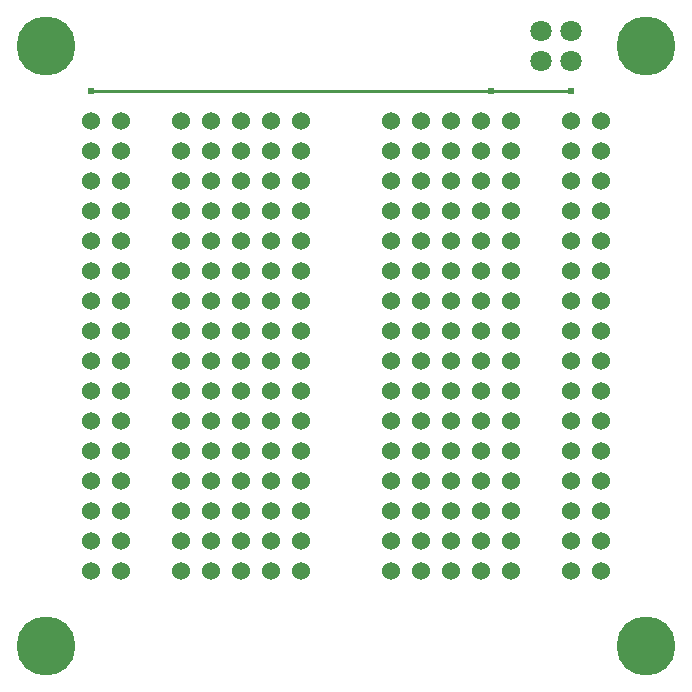
<source format=gbl>
G04 Layer: BottomLayer*
G04 EasyEDA v6.5.29, 2023-07-20 18:43:14*
G04 584fbfd00d72432697d27f506c2f3648,5a6b42c53f6a479593ecc07194224c93,10*
G04 Gerber Generator version 0.2*
G04 Scale: 100 percent, Rotated: No, Reflected: No *
G04 Dimensions in millimeters *
G04 leading zeros omitted , absolute positions ,4 integer and 5 decimal *
%FSLAX45Y45*%
%MOMM*%

%ADD10C,0.2540*%
%ADD11C,5.0000*%
%ADD12C,1.8000*%
%ADD13C,1.5240*%
%ADD14C,0.6096*%

%LPD*%
D10*
X4826000Y5078476D02*
G01*
X762000Y5078476D01*
D11*
G01*
X381000Y5461000D03*
G01*
X5461000Y5461000D03*
G01*
X5461000Y381000D03*
G01*
X381000Y381000D03*
D12*
G01*
X4572000Y5588000D03*
G01*
X4572000Y5334000D03*
G01*
X4826000Y5334000D03*
G01*
X4826000Y5588000D03*
D13*
G01*
X762076Y4572000D03*
G01*
X1016076Y4572000D03*
G01*
X762076Y4318000D03*
G01*
X1016076Y4318000D03*
G01*
X762076Y4064000D03*
G01*
X1016076Y4064000D03*
G01*
X762127Y4826000D03*
G01*
X1016076Y4826000D03*
G01*
X1016000Y3810000D03*
G01*
X762076Y3810000D03*
G01*
X1016000Y3048000D03*
G01*
X762000Y3048000D03*
G01*
X1016000Y3302000D03*
G01*
X762000Y3302000D03*
G01*
X1016000Y3556000D03*
G01*
X762000Y3556000D03*
G01*
X1016000Y2794000D03*
G01*
X762076Y2794000D03*
G01*
X1016000Y2032000D03*
G01*
X762000Y2032000D03*
G01*
X1016000Y2286000D03*
G01*
X762000Y2286000D03*
G01*
X1016000Y2540000D03*
G01*
X762000Y2540000D03*
G01*
X1016000Y1778000D03*
G01*
X762076Y1778000D03*
G01*
X1016000Y1016000D03*
G01*
X762000Y1016000D03*
G01*
X1016000Y1270000D03*
G01*
X762000Y1270000D03*
G01*
X1016000Y1524000D03*
G01*
X762000Y1524000D03*
G01*
X1777923Y4826000D03*
G01*
X1524000Y4826000D03*
G01*
X1777923Y4064000D03*
G01*
X1523923Y4064000D03*
G01*
X1777923Y4318000D03*
G01*
X1523923Y4318000D03*
G01*
X1777923Y4572000D03*
G01*
X1523923Y4572000D03*
G01*
X2286000Y4826000D03*
G01*
X2032076Y4826000D03*
G01*
X2286000Y4064000D03*
G01*
X2032000Y4064000D03*
G01*
X2286000Y4318000D03*
G01*
X2032000Y4318000D03*
G01*
X2286000Y4572000D03*
G01*
X2032000Y4572000D03*
G01*
X2540000Y4826000D03*
G01*
X2539923Y4064000D03*
G01*
X2539923Y4318000D03*
G01*
X2539923Y4572000D03*
G01*
X4317923Y4572000D03*
G01*
X4317923Y4318000D03*
G01*
X4317923Y4064000D03*
G01*
X4318000Y4826000D03*
G01*
X3810000Y4572000D03*
G01*
X4064000Y4572000D03*
G01*
X3810000Y4318000D03*
G01*
X4064000Y4318000D03*
G01*
X3810000Y4064000D03*
G01*
X4064000Y4064000D03*
G01*
X3810050Y4826000D03*
G01*
X4064000Y4826000D03*
G01*
X3301923Y4572000D03*
G01*
X3555923Y4572000D03*
G01*
X3301923Y4318000D03*
G01*
X3555923Y4318000D03*
G01*
X3301923Y4064000D03*
G01*
X3555923Y4064000D03*
G01*
X3302000Y4826000D03*
G01*
X3555923Y4826000D03*
G01*
X4825923Y1524000D03*
G01*
X5079923Y1524000D03*
G01*
X4825923Y1270000D03*
G01*
X5079923Y1270000D03*
G01*
X4825923Y1016000D03*
G01*
X5079923Y1016000D03*
G01*
X4826000Y1778000D03*
G01*
X5079923Y1778000D03*
G01*
X4825923Y2540000D03*
G01*
X5079923Y2540000D03*
G01*
X4825923Y2286000D03*
G01*
X5079923Y2286000D03*
G01*
X4825923Y2032000D03*
G01*
X5079923Y2032000D03*
G01*
X4826000Y2794000D03*
G01*
X5079923Y2794000D03*
G01*
X4825923Y3556000D03*
G01*
X5079923Y3556000D03*
G01*
X4825923Y3302000D03*
G01*
X5079923Y3302000D03*
G01*
X4825923Y3048000D03*
G01*
X5079923Y3048000D03*
G01*
X4826000Y3810000D03*
G01*
X5079923Y3810000D03*
G01*
X5080000Y4826000D03*
G01*
X4826050Y4826000D03*
G01*
X5080000Y4064000D03*
G01*
X4826000Y4064000D03*
G01*
X5080000Y4318000D03*
G01*
X4826000Y4318000D03*
G01*
X5080000Y4572000D03*
G01*
X4826000Y4572000D03*
G01*
X3555923Y3810000D03*
G01*
X3302000Y3810000D03*
G01*
X3555923Y3048000D03*
G01*
X3301923Y3048000D03*
G01*
X3555923Y3302000D03*
G01*
X3301923Y3302000D03*
G01*
X3555923Y3556000D03*
G01*
X3301923Y3556000D03*
G01*
X4064000Y3810000D03*
G01*
X3810050Y3810000D03*
G01*
X4064000Y3048000D03*
G01*
X3810000Y3048000D03*
G01*
X4064000Y3302000D03*
G01*
X3810000Y3302000D03*
G01*
X4064000Y3556000D03*
G01*
X3810000Y3556000D03*
G01*
X4318000Y3810000D03*
G01*
X4317923Y3048000D03*
G01*
X4317923Y3302000D03*
G01*
X4317923Y3556000D03*
G01*
X2539923Y3556000D03*
G01*
X2539923Y3302000D03*
G01*
X2539923Y3048000D03*
G01*
X2540000Y3810000D03*
G01*
X2032000Y3556000D03*
G01*
X2286000Y3556000D03*
G01*
X2032000Y3302000D03*
G01*
X2286000Y3302000D03*
G01*
X2032000Y3048000D03*
G01*
X2286000Y3048000D03*
G01*
X2032076Y3810000D03*
G01*
X2286000Y3810000D03*
G01*
X1523923Y3556000D03*
G01*
X1777923Y3556000D03*
G01*
X1523923Y3302000D03*
G01*
X1777923Y3302000D03*
G01*
X1523923Y3048000D03*
G01*
X1777923Y3048000D03*
G01*
X1524000Y3810000D03*
G01*
X1777923Y3810000D03*
G01*
X3555923Y2794000D03*
G01*
X3302000Y2794000D03*
G01*
X3555923Y2032000D03*
G01*
X3301923Y2032000D03*
G01*
X3555923Y2286000D03*
G01*
X3301923Y2286000D03*
G01*
X3555923Y2540000D03*
G01*
X3301923Y2540000D03*
G01*
X4064000Y2794000D03*
G01*
X3810050Y2794000D03*
G01*
X4064000Y2032000D03*
G01*
X3810000Y2032000D03*
G01*
X4064000Y2286000D03*
G01*
X3810000Y2286000D03*
G01*
X4064000Y2540000D03*
G01*
X3810000Y2540000D03*
G01*
X4318000Y2794000D03*
G01*
X4317923Y2032000D03*
G01*
X4317923Y2286000D03*
G01*
X4317923Y2540000D03*
G01*
X2539923Y2540000D03*
G01*
X2539923Y2286000D03*
G01*
X2539923Y2032000D03*
G01*
X2540000Y2794000D03*
G01*
X2032000Y2540000D03*
G01*
X2286000Y2540000D03*
G01*
X2032000Y2286000D03*
G01*
X2286000Y2286000D03*
G01*
X2032000Y2032000D03*
G01*
X2286000Y2032000D03*
G01*
X2032076Y2794000D03*
G01*
X2286000Y2794000D03*
G01*
X1523923Y2540000D03*
G01*
X1777923Y2540000D03*
G01*
X1523923Y2286000D03*
G01*
X1777923Y2286000D03*
G01*
X1523923Y2032000D03*
G01*
X1777923Y2032000D03*
G01*
X1524000Y2794000D03*
G01*
X1777923Y2794000D03*
G01*
X3555923Y1778000D03*
G01*
X3302000Y1778000D03*
G01*
X3555923Y1016000D03*
G01*
X3301923Y1016000D03*
G01*
X3555923Y1270000D03*
G01*
X3301923Y1270000D03*
G01*
X3555923Y1524000D03*
G01*
X3301923Y1524000D03*
G01*
X4064000Y1778000D03*
G01*
X3810050Y1778000D03*
G01*
X4064000Y1016000D03*
G01*
X3810000Y1016000D03*
G01*
X4064000Y1270000D03*
G01*
X3810000Y1270000D03*
G01*
X4064000Y1524000D03*
G01*
X3810000Y1524000D03*
G01*
X4318000Y1778000D03*
G01*
X4317923Y1016000D03*
G01*
X4317923Y1270000D03*
G01*
X4317923Y1524000D03*
G01*
X2539923Y1524000D03*
G01*
X2539923Y1270000D03*
G01*
X2539923Y1016000D03*
G01*
X2540000Y1778000D03*
G01*
X2032000Y1524000D03*
G01*
X2286000Y1524000D03*
G01*
X2032000Y1270000D03*
G01*
X2286000Y1270000D03*
G01*
X2032000Y1016000D03*
G01*
X2286000Y1016000D03*
G01*
X2032076Y1778000D03*
G01*
X2286000Y1778000D03*
G01*
X1523923Y1524000D03*
G01*
X1777923Y1524000D03*
G01*
X1523923Y1270000D03*
G01*
X1777923Y1270000D03*
G01*
X1523923Y1016000D03*
G01*
X1777923Y1016000D03*
G01*
X1524000Y1778000D03*
G01*
X1777923Y1778000D03*
D14*
G01*
X4826000Y5078501D03*
G01*
X4149090Y5080000D03*
G01*
X762000Y5078476D03*
M02*

</source>
